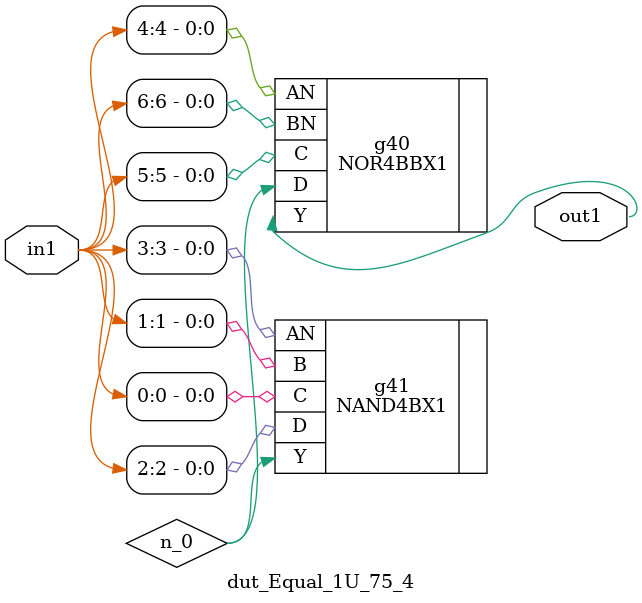
<source format=v>
`timescale 1ps / 1ps


module dut_Equal_1U_75_4(in1, out1);
  input [6:0] in1;
  output out1;
  wire [6:0] in1;
  wire out1;
  wire n_0;
  NOR4BBX1 g40(.AN (in1[4]), .BN (in1[6]), .C (in1[5]), .D (n_0), .Y
       (out1));
  NAND4BX1 g41(.AN (in1[3]), .B (in1[1]), .C (in1[0]), .D (in1[2]), .Y
       (n_0));
endmodule



</source>
